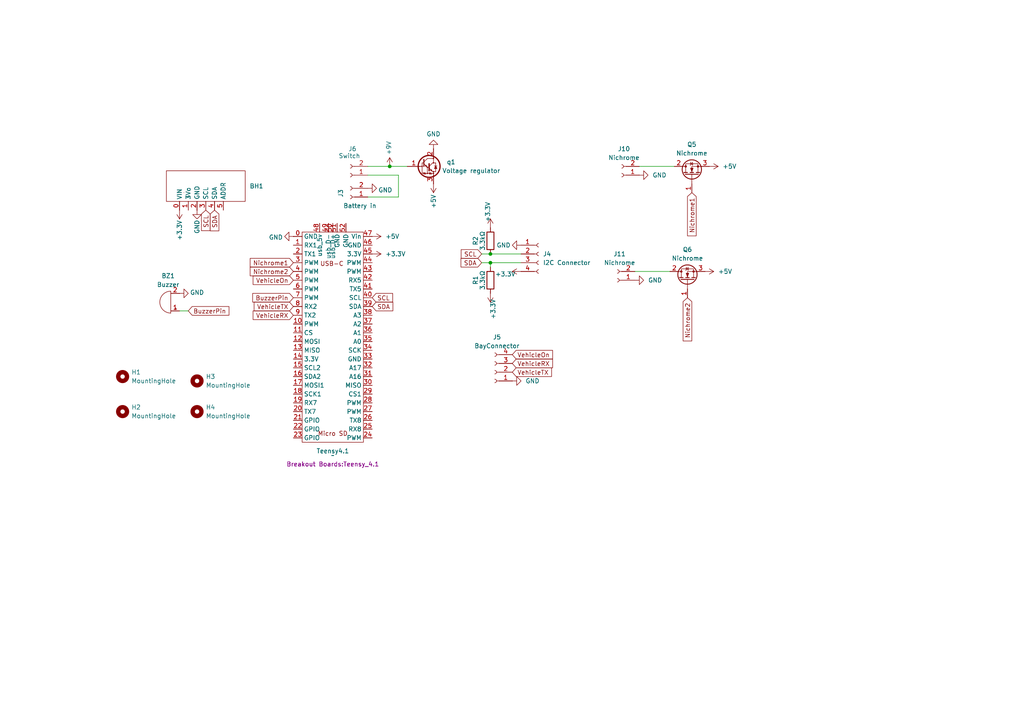
<source format=kicad_sch>
(kicad_sch (version 20250114) (generator "eeschema") (generator_version "9.0")
  (paper "A4")
  (lib_symbols
    (symbol "Breakout Boards:BH1750"
      (property "Reference" "U" (at -3.81 6.35 0))
      (symbol "BH1750_0_1"
        (rectangle (start -6.35 7.62) (end 16.51 -1.27))
        (rectangle (start -1.27 1.27) (end -1.27 1.27))
      )
      (symbol "BH1750_1_1"
        (pin power_in line (at -2.54 -3.81 90) (length 2.54) (name "VIN") (number "0"))
        (pin output line (at 0 -3.81 90) (length 2.54) (name "3Vo") (number "1"))
        (pin output line (at 2.54 -3.81 90) (length 2.54) (name "GND") (number "2"))
        (pin bidirectional line (at 5.08 -3.81 90) (length 2.54) (name "SCL") (number "3"))
        (pin bidirectional line (at 7.62 -3.81 90) (length 2.54) (name "SDA") (number "4"))
        (pin bidirectional line (at 10.16 -3.81 90) (length 2.54) (name "ADDR") (number "5"))
      )
    )
    (symbol "Breakout Boards:Teensy_4.1"
      (property "Reference" "Teensy4.1" (at 0 0 90))
      (property "Footprint" "Breakout Boards:Teensy_4.1" (at -0.254 36.322 0))
      (symbol "Teensy_4.1_0_1"
        (rectangle (start -8.89 30.48) (end 8.89 -30.48))
      )
      (symbol "Teensy_4.1_1_1"
        (text "USB-C" (at -0.254 21.336 0) (effects (font (size 1.27 1.27))))
        (text "Micro SD" (at 0 -27.94 0) (effects (font (size 1.27 1.27))))
        (pin input line (at -11.43 29.21 0) (length 2.54) (name "GND") (number "0"))
        (pin input line (at -11.43 26.67 0) (length 2.54) (name "RX1") (number "1"))
        (pin input line (at -11.43 24.13 0) (length 2.54) (name "TX1") (number "2"))
        (pin input line (at -11.43 21.59 0) (length 2.54) (name "PWM") (number "3"))
        (pin input line (at -11.43 19.05 0) (length 2.54) (name "PWM") (number "4"))
        (pin input line (at -11.43 16.51 0) (length 2.54) (name "PWM") (number "5"))
        (pin input line (at -11.43 13.97 0) (length 2.54) (name "PWM") (number "6"))
        (pin input line (at -11.43 11.43 0) (length 2.54) (name "PWM") (number "7"))
        (pin input line (at -11.43 8.89 0) (length 2.54) (name "RX2") (number "8"))
        (pin input line (at -11.43 6.35 0) (length 2.54) (name "TX2") (number "9"))
        (pin input line (at -11.43 3.81 0) (length 2.54) (name "PWM") (number "10"))
        (pin input line (at -11.43 1.27 0) (length 2.54) (name "CS") (number "11"))
        (pin input line (at -11.43 -1.27 0) (length 2.54) (name "MOSI") (number "12"))
        (pin input line (at -11.43 -3.81 0) (length 2.54) (name "MISO") (number "13"))
        (pin input line (at -11.43 -6.35 0) (length 2.54) (name "3.3V") (number "14"))
        (pin input line (at -11.43 -8.89 0) (length 2.54) (name "SCL2") (number "15"))
        (pin input line (at -11.43 -11.43 0) (length 2.54) (name "SDA2") (number "16"))
        (pin input line (at -11.43 -13.97 0) (length 2.54) (name "MOSI1") (number "17"))
        (pin input line (at -11.43 -16.51 0) (length 2.54) (name "SCK1") (number "18"))
        (pin input line (at -11.43 -19.05 0) (length 2.54) (name "RX7") (number "19"))
        (pin input line (at -11.43 -21.59 0) (length 2.54) (name "TX7") (number "20"))
        (pin input line (at -11.43 -24.13 0) (length 2.54) (name "GPIO") (number "21"))
        (pin input line (at -11.43 -26.67 0) (length 2.54) (name "GPIO") (number "22"))
        (pin input line (at -11.43 -29.21 0) (length 2.54) (name "GPIO") (number "23"))
        (pin input line (at -3.81 33.02 270) (length 2.54) (name "usb_5v") (number "48"))
        (pin input line (at -1.27 33.02 270) (length 2.54) (name "usb_D-") (number "49"))
        (pin input line (at 0 33.02 270) (length 2.54) (name "usb_D+") (number "50"))
        (pin input line (at 1.27 33.02 270) (length 2.54) (name "GND") (number "51"))
        (pin input line (at 3.81 33.02 270) (length 2.54) (name "GND") (number "52"))
        (pin input line (at 11.43 29.21 180) (length 2.54) (name "Vin") (number "47"))
        (pin input line (at 11.43 26.67 180) (length 2.54) (name "GND") (number "46"))
        (pin input line (at 11.43 24.13 180) (length 2.54) (name "3.3V") (number "45"))
        (pin input line (at 11.43 21.59 180) (length 2.54) (name "PWM") (number "44"))
        (pin input line (at 11.43 19.05 180) (length 2.54) (name "PWM") (number "43"))
        (pin input line (at 11.43 16.51 180) (length 2.54) (name "RX5") (number "42"))
        (pin input line (at 11.43 13.97 180) (length 2.54) (name "TX5") (number "41"))
        (pin input line (at 11.43 11.43 180) (length 2.54) (name "SCL") (number "40"))
        (pin input line (at 11.43 8.89 180) (length 2.54) (name "SDA") (number "39"))
        (pin input line (at 11.43 6.35 180) (length 2.54) (name "A3") (number "38"))
        (pin input line (at 11.43 3.81 180) (length 2.54) (name "A2") (number "37"))
        (pin input line (at 11.43 1.27 180) (length 2.54) (name "A1") (number "36"))
        (pin input line (at 11.43 -1.27 180) (length 2.54) (name "A0") (number "35"))
        (pin input line (at 11.43 -3.81 180) (length 2.54) (name "SCK") (number "34"))
        (pin input line (at 11.43 -6.35 180) (length 2.54) (name "GND") (number "33"))
        (pin input line (at 11.43 -8.89 180) (length 2.54) (name "A17") (number "32"))
        (pin input line (at 11.43 -11.43 180) (length 2.54) (name "A16") (number "31"))
        (pin input line (at 11.43 -13.97 180) (length 2.54) (name "MISO") (number "30"))
        (pin input line (at 11.43 -16.51 180) (length 2.54) (name "CS1") (number "29"))
        (pin input line (at 11.43 -19.05 180) (length 2.54) (name "PWM") (number "28"))
        (pin input line (at 11.43 -21.59 180) (length 2.54) (name "PWM") (number "27"))
        (pin input line (at 11.43 -24.13 180) (length 2.54) (name "TX8") (number "26"))
        (pin input line (at 11.43 -26.67 180) (length 2.54) (name "RX8") (number "25"))
        (pin input line (at 11.43 -29.21 180) (length 2.54) (name "PWM") (number "24"))
      )
    )
    (symbol "Connector:Conn_01x02_Socket" (pin_names (offset 1.016) (hide yes))
      (property "Reference" "J" (at 0 2.54 0))
      (property "Value" "Conn_01x02_Socket" (at 0 -5.08 0))
      (symbol "Conn_01x02_Socket_1_1"
        (polyline (pts (xy -1.27 0) (xy -0.508 0)) (stroke (width 0.1524)))
        (polyline (pts (xy -1.27 -2.54) (xy -0.508 -2.54)) (stroke (width 0.1524)))
        (arc (start 0 -0.508) (mid -0.5058 0) (end 0 0.508) (stroke (width 0.1524)))
        (arc (start 0 -3.048) (mid -0.5058 -2.54) (end 0 -2.032) (stroke (width 0.1524)))
        (pin passive line (at -5.08 0 0) (length 3.81) (name "Pin_1") (number "1"))
        (pin passive line (at -5.08 -2.54 0) (length 3.81) (name "Pin_2") (number "2"))
      )
    )
    (symbol "Connector:Conn_01x04_Socket" (pin_names (offset 1.016) (hide yes))
      (property "Reference" "J" (at 0 5.08 0))
      (property "Value" "Conn_01x04_Socket" (at 0 -7.62 0))
      (symbol "Conn_01x04_Socket_1_1"
        (polyline (pts (xy -1.27 2.54) (xy -0.508 2.54)) (stroke (width 0.1524)))
        (polyline (pts (xy -1.27 0) (xy -0.508 0)) (stroke (width 0.1524)))
        (polyline (pts (xy -1.27 -2.54) (xy -0.508 -2.54)) (stroke (width 0.1524)))
        (polyline (pts (xy -1.27 -5.08) (xy -0.508 -5.08)) (stroke (width 0.1524)))
        (arc (start 0 2.032) (mid -0.5058 2.54) (end 0 3.048) (stroke (width 0.1524)))
        (arc (start 0 -0.508) (mid -0.5058 0) (end 0 0.508) (stroke (width 0.1524)))
        (arc (start 0 -3.048) (mid -0.5058 -2.54) (end 0 -2.032) (stroke (width 0.1524)))
        (arc (start 0 -5.588) (mid -0.5058 -5.08) (end 0 -4.572) (stroke (width 0.1524)))
        (pin passive line (at -5.08 2.54 0) (length 3.81) (name "Pin_1") (number "1"))
        (pin passive line (at -5.08 0 0) (length 3.81) (name "Pin_2") (number "2"))
        (pin passive line (at -5.08 -2.54 0) (length 3.81) (name "Pin_3") (number "3"))
        (pin passive line (at -5.08 -5.08 0) (length 3.81) (name "Pin_4") (number "4"))
      )
    )
    (symbol "Device:Buzzer" (pin_names (offset 0.0254) (hide yes))
      (property "Reference" "BZ" (at 3.81 1.27 0))
      (property "Value" "Buzzer" (at 3.81 -1.27 0))
      (symbol "Buzzer_0_1"
        (polyline (pts (xy -1.651 1.905) (xy -1.143 1.905)))
        (polyline (pts (xy -1.397 2.159) (xy -1.397 1.651)))
        (arc (start 0 3.175) (mid 3.1612 0) (end 0 -3.175))
        (polyline (pts (xy 0 3.175) (xy 0 -3.175)))
      )
      (symbol "Buzzer_1_1"
        (pin passive line (at -2.54 2.54 0) (length 2.54) (name "-") (number "1"))
        (pin passive line (at -2.54 -2.54 0) (length 2.54) (name "+") (number "2"))
      )
    )
    (symbol "Device:R" (pin_numbers (hide yes)) (pin_names (offset 0))
      (property "Reference" "R" (at 2.032 0 90))
      (property "Value" "R" (at 0 0 90))
      (symbol "R_0_1"
        (rectangle (start -1.016 -2.54) (end 1.016 2.54) (stroke (width 0.254)))
      )
      (symbol "R_1_1"
        (pin passive line (at 0 3.81 270) (length 1.27) (name "~") (number "1"))
        (pin passive line (at 0 -3.81 90) (length 1.27) (name "~") (number "2"))
      )
    )
    (symbol "Mechanical:MountingHole" (pin_names (offset 1.016))
      (property "Reference" "H" (at 0 5.08 0))
      (property "Value" "MountingHole" (at 0 3.175 0))
      (symbol "MountingHole_0_1"
        (circle (center 0 0) (radius 1.27) (stroke (width 1.27)))
      )
    )
    (symbol "Transistor_BJT:TIP120" (pin_names (offset 0) (hide yes))
      (property "Reference" "Q" (at 5.08 1.905 0))
      (property "Value" "TIP120" (at 5.08 0 0))
      (symbol "TIP120_0_1"
        (polyline (pts (xy -1.27 0) (xy -0.889 0)))
        (circle (center -0.762 0) (radius 0.127))
        (polyline (pts (xy -0.254 2.032) (xy -0.254 0) (xy -0.254 0)) (stroke (width 0.3048)))
        (polyline (pts (xy -0.254 1.27) (xy 0.762 2.286) (xy 2.54 2.286)))
        (polyline (pts (xy -0.254 1.016) (xy -0.762 1.016) (xy -0.762 -2.032)))
        (polyline (pts (xy -0.254 0.762) (xy 0.762 -0.254) (xy 1.27 -0.254)))
        (polyline (pts (xy 0.635 -0.127) (xy 0.381 0.381) (xy 0.127 0.127) (xy 0.635 -0.127)))
        (polyline (pts (xy 0.762 -0.254) (xy 0.762 -2.032) (xy 1.143 -2.032) (xy 1.27 -1.778) (xy 1.397 -2.286) (xy 1.524 -1.778) (xy 1.651 -2.286) (xy 1.778 -1.778) (xy 1.905 -2.286) (xy 2.032 -2.032) (xy 2.54 -2.032)))
        (circle (center 0.762 -0.254) (radius 0.127))
        (polyline (pts (xy 0.762 -2.032) (xy 0.381 -2.032) (xy 0.254 -2.286) (xy 0.127 -1.778) (xy 0 -2.286) (xy -0.127 -1.778) (xy -0.254 -2.286) (xy -0.381 -1.778) (xy -0.508 -2.032) (xy -0.762 -2.032)))
        (circle (center 0.762 -2.032) (radius 0.127))
        (polyline (pts (xy 1.27 0.762) (xy 1.27 -1.27) (xy 1.27 -1.27)) (stroke (width 0.381)))
        (polyline (pts (xy 1.27 0) (xy 2.286 1.016) (xy 2.54 1.016) (xy 2.54 2.286)))
        (circle (center 1.27 0) (radius 3.175) (stroke (width 0.3556)))
        (polyline (pts (xy 1.27 -0.508) (xy 2.286 -1.524) (xy 2.54 -1.524) (xy 2.54 -2.032)))
        (polyline (pts (xy 2.159 -1.397) (xy 1.905 -0.889) (xy 1.651 -1.143) (xy 2.159 -1.397)))
        (circle (center 2.54 2.286) (radius 0.127))
        (circle (center 2.54 1.016) (radius 0.127))
        (polyline (pts (xy 2.54 -1.524) (xy 3.175 -1.524)))
        (circle (center 2.54 -1.524) (radius 0.127))
        (polyline (pts (xy 2.54 -2.032) (xy 2.54 -2.54)))
        (circle (center 2.54 -2.032) (radius 0.127))
        (polyline (pts (xy 2.794 0.127) (xy 3.556 0.127)))
        (polyline (pts (xy 3.175 1.016) (xy 2.54 1.016)))
        (polyline (pts (xy 3.175 1.016) (xy 3.175 0.127)))
        (polyline (pts (xy 3.175 0.127) (xy 2.794 -0.635) (xy 3.556 -0.635) (xy 3.175 0.127)) (fill (type outline)))
        (polyline (pts (xy 3.175 -0.635) (xy 3.175 -1.524)))
      )
      (symbol "TIP120_1_1"
        (pin input line (at -5.08 0 0) (length 3.81) (name "B") (number "1"))
        (pin passive line (at 2.54 5.08 270) (length 2.667) (name "C") (number "2"))
        (pin passive line (at 2.54 -5.08 90) (length 2.54) (name "E") (number "3"))
      )
    )
    (symbol "Transistor_FET:IRLZ44N" (pin_names (hide yes))
      (property "Reference" "Q" (at 5.08 1.905 0))
      (property "Value" "IRLZ44N" (at 5.08 0 0))
      (symbol "IRLZ44N_0_1"
        (polyline (pts (xy 0.254 1.905) (xy 0.254 -1.905)) (stroke (width 0.254)))
        (polyline (pts (xy 0.254 0) (xy -2.54 0)))
        (polyline (pts (xy 0.762 2.286) (xy 0.762 1.27)) (stroke (width 0.254)))
        (polyline (pts (xy 0.762 0.508) (xy 0.762 -0.508)) (stroke (width 0.254)))
        (polyline (pts (xy 0.762 -1.27) (xy 0.762 -2.286)) (stroke (width 0.254)))
        (polyline (pts (xy 0.762 -1.778) (xy 3.302 -1.778) (xy 3.302 1.778) (xy 0.762 1.778)))
        (polyline (pts (xy 1.016 0) (xy 2.032 0.381) (xy 2.032 -0.381) (xy 1.016 0)) (fill (type outline)))
        (circle (center 1.651 0) (radius 2.794) (stroke (width 0.254)))
        (polyline (pts (xy 2.54 2.54) (xy 2.54 1.778)))
        (circle (center 2.54 1.778) (radius 0.254) (fill (type outline)))
        (circle (center 2.54 -1.778) (radius 0.254) (fill (type outline)))
        (polyline (pts (xy 2.54 -2.54) (xy 2.54 0) (xy 0.762 0)))
        (polyline (pts (xy 2.794 0.508) (xy 2.921 0.381) (xy 3.683 0.381) (xy 3.81 0.254)))
        (polyline (pts (xy 3.302 0.381) (xy 2.921 -0.254) (xy 3.683 -0.254) (xy 3.302 0.381)))
      )
      (symbol "IRLZ44N_1_1"
        (pin input line (at -5.08 0 0) (length 2.54) (name "G") (number "1"))
        (pin passive line (at 2.54 5.08 270) (length 2.54) (name "D") (number "2"))
        (pin passive line (at 2.54 -5.08 90) (length 2.54) (name "S") (number "3"))
      )
    )
    (symbol "power:+3.3V" (power) (pin_names (offset 0))
      (property "Value" "+3.3V" (at 0 3.556 0))
      (symbol "+3.3V_0_1"
        (polyline (pts (xy -0.762 1.27) (xy 0 2.54)))
        (polyline (pts (xy 0 2.54) (xy 0.762 1.27)))
        (polyline (pts (xy 0 0) (xy 0 2.54)))
      )
      (symbol "+3.3V_1_1"
        (pin power_in line (at 0 0 90) (length 0) (hide yes) (name "+3.3V") (number "1"))
      )
    )
    (symbol "power:+5V" (power) (pin_names (offset 0))
      (property "Value" "+5V" (at 0 3.556 0))
      (symbol "+5V_0_1"
        (polyline (pts (xy -0.762 1.27) (xy 0 2.54)))
        (polyline (pts (xy 0 2.54) (xy 0.762 1.27)))
        (polyline (pts (xy 0 0) (xy 0 2.54)))
      )
      (symbol "+5V_1_1"
        (pin power_in line (at 0 0 90) (length 0) (hide yes) (name "+5V") (number "1"))
      )
    )
    (symbol "power:+9V" (power) (pin_names (offset 0))
      (property "Value" "+9V" (at 0 3.556 0))
      (symbol "+9V_0_1"
        (polyline (pts (xy -0.762 1.27) (xy 0 2.54)))
        (polyline (pts (xy 0 2.54) (xy 0.762 1.27)))
        (polyline (pts (xy 0 0) (xy 0 2.54)))
      )
      (symbol "+9V_1_1"
        (pin power_in line (at 0 0 90) (length 0) (hide yes) (name "+9V") (number "1"))
      )
    )
    (symbol "power:GND" (power) (pin_numbers (hide yes)) (pin_names (offset 0) (hide yes))
      (property "Value" "GND" (at 0 -3.81 0))
      (symbol "GND_0_1"
        (polyline (pts (xy 0 0) (xy 0 -1.27) (xy 1.27 -1.27) (xy 0 -2.54) (xy -1.27 -1.27) (xy 0 -1.27)))
      )
      (symbol "GND_1_1"
        (pin power_in line (at 0 0 270) (length 0) (name "~") (number "1"))
      )
    )
  )
  (junction (at 142.24 73.66))
  (junction (at 113.03 48.26))
  (junction (at 142.24 76.2))
  (wire (pts (xy 142.24 76.2) (xy 151.13 76.2)))
  (wire (pts (xy 185.42 48.26) (xy 195.58 48.26)))
  (wire (pts (xy 52.07 90.17) (xy 54.61 90.17)))
  (wire (pts (xy 142.24 77.47) (xy 142.24 76.2)))
  (wire (pts (xy 113.03 48.26) (xy 118.11 48.26)))
  (wire (pts (xy 106.68 57.15) (xy 115.57 57.15)))
  (wire (pts (xy 142.24 73.66) (xy 151.13 73.66)))
  (wire (pts (xy 115.57 57.15) (xy 115.57 50.8)))
  (wire (pts (xy 115.57 50.8) (xy 106.68 50.8)))
  (wire (pts (xy 184.15 78.74) (xy 194.31 78.74)))
  (wire (pts (xy 139.7 76.2) (xy 142.24 76.2)))
  (wire (pts (xy 139.7 73.66) (xy 142.24 73.66)))
  (wire (pts (xy 106.68 48.26) (xy 113.03 48.26)))
  (global_label "BuzzerPin" (shape input) (at 54.61 90.17 0) (property "Intersheetrefs" "${INTERSHEET_REFS}" (effects (hide yes))))
  (global_label "VehicleRX" (shape input) (at 148.59 105.41 0) (property "Intersheetrefs" "${INTERSHEET_REFS}" (effects (hide yes))))
  (global_label "Nichrome1" (shape input) (at 85.09 76.2 180) (property "Intersheetrefs" "${INTERSHEET_REFS}" (effects (hide yes))))
  (global_label "VehicleTX" (shape input) (at 85.09 88.9 180) (property "Intersheetrefs" "${INTERSHEET_REFS}" (effects (hide yes))))
  (global_label "SCL" (shape input) (at 139.7 73.66 180) (property "Intersheetrefs" "${INTERSHEET_REFS}" (effects (hide yes))))
  (global_label "VehicleRX" (shape input) (at 85.09 91.44 180) (property "Intersheetrefs" "${INTERSHEET_REFS}" (effects (hide yes))))
  (global_label "BuzzerPin" (shape input) (at 85.09 86.36 180) (property "Intersheetrefs" "${INTERSHEET_REFS}" (effects (hide yes))))
  (global_label "VehicleTX" (shape input) (at 148.59 107.95 0) (property "Intersheetrefs" "${INTERSHEET_REFS}" (effects (hide yes))))
  (global_label "Nichrome2" (shape input) (at 199.39 86.36 270) (property "Intersheetrefs" "${INTERSHEET_REFS}" (effects (hide yes))))
  (global_label "VehicleOn" (shape input) (at 148.59 102.87 0) (property "Intersheetrefs" "${INTERSHEET_REFS}" (effects (hide yes))))
  (global_label "VehicleOn" (shape input) (at 85.09 81.28 180) (property "Intersheetrefs" "${INTERSHEET_REFS}" (effects (hide yes))))
  (global_label "SCL" (shape input) (at 107.95 86.36 0) (property "Intersheetrefs" "${INTERSHEET_REFS}" (effects (hide yes))))
  (global_label "Nichrome1" (shape input) (at 200.66 55.88 270) (property "Intersheetrefs" "${INTERSHEET_REFS}" (effects (hide yes))))
  (global_label "Nichrome2" (shape input) (at 85.09 78.74 180) (property "Intersheetrefs" "${INTERSHEET_REFS}" (effects (hide yes))))
  (global_label "SCL" (shape input) (at 59.69 60.96 270) (property "Intersheetrefs" "${INTERSHEET_REFS}" (effects (hide yes))))
  (global_label "SDA" (shape input) (at 107.95 88.9 0) (property "Intersheetrefs" "${INTERSHEET_REFS}" (effects (hide yes))))
  (global_label "SDA" (shape input) (at 139.7 76.2 180) (property "Intersheetrefs" "${INTERSHEET_REFS}" (effects (hide yes))))
  (global_label "SDA" (shape input) (at 62.23 60.96 270) (property "Intersheetrefs" "${INTERSHEET_REFS}" (effects (hide yes))))
  (symbol (lib_id "Mechanical:MountingHole") (at 35.56 119.38 0) (unit 1)
    (property "Reference" "H2" (at 38.1 118.11 0) (effects (justify left)))
    (property "Value" "MountingHole" (at 38.1 120.65 0) (effects (justify left)))
    (property "Footprint" "MountingHole:MountingHole_3.2mm_M3" (effects (hide yes)))
  )
  (symbol (lib_id "Device:R") (at 142.24 69.85 180) (unit 1)
    (property "Reference" "R2" (at 137.922 69.85 90))
    (property "Value" "3.3kΩ" (at 139.954 69.85 90))
    (property "Footprint" "Resistor_SMD:R_0805_2012Metric_Pad1.20x1.40mm_HandSolder" (effects (hide yes)))
    (property "Description" "Resistor" (effects (hide yes)))
  )
  (symbol (lib_id "power:GND") (at 106.68 54.61 90) (unit 1)
    (property "Reference" "#PWR02" (effects (hide yes)))
    (property "Value" "GND" (at 111.76 55.118 90))
    (property "Description" "Power symbol creates a global label with name \"GND\" , ground" (effects (hide yes)))
  )
  (symbol (lib_id "power:+5V") (at 204.47 78.74 270) (unit 1)
    (property "Reference" "#PWR035" (effects (hide yes)))
    (property "Value" "+5V" (at 208.28 78.7399 90) (effects (justify left)))
    (property "Description" "Power symbol creates a global label with name \"+5V\"" (effects (hide yes)))
  )
  (symbol (lib_id "power:GND") (at 148.59 110.49 90) (unit 1)
    (property "Reference" "#PWR016" (effects (hide yes)))
    (property "Value" "GND" (at 152.4 110.4901 90) (effects (justify right)))
    (property "Description" "Power symbol creates a global label with name \"GND\" , ground" (effects (hide yes)))
  )
  (symbol (lib_id "Breakout Boards:Teensy_4.1") (at 96.52 97.79 0) (unit 1)
    (property "Reference" "Teensy4.1" (at 96.52 130.81 0))
    (property "Value" "~" (at 96.52 132.08 0))
    (property "Footprint" "Breakout Boards:Teensy_4.1" (at 96.52 134.62 0))
  )
  (symbol (lib_id "Connector:Conn_01x02_Socket") (at 179.07 81.28 180) (unit 1)
    (property "Reference" "J11" (at 179.705 73.66 0))
    (property "Value" "Nichrome" (at 179.705 76.2 0))
    (property "Footprint" "Connector_JST:JST_XH_B2B-XH-A_1x02_P2.50mm_Vertical" (effects (hide yes)))
    (property "Description" "Generic connector, single row, 01x02, script generated" (effects (hide yes)))
  )
  (symbol (lib_id "Transistor_FET:IRLZ44N") (at 199.39 81.28 90) (unit 1)
    (property "Reference" "Q6" (at 199.39 72.39 90))
    (property "Value" "Nichrome" (at 199.39 74.93 90))
    (property "Footprint" "Package_TO_SOT_THT:TO-220-3_Vertical" (effects (hide yes)))
    (property "Datasheet" "http://www.irf.com/product-info/datasheets/data/irlz44n.pdf" (effects (hide yes)))
    (property "Description" "47A Id, 55V Vds, 22mOhm Rds Single N-Channel HEXFET Power MOSFET, TO-220AB" (effects (hide yes)))
  )
  (symbol (lib_id "Device:Buzzer") (at 49.53 87.63 180) (unit 1)
    (property "Reference" "BZ1" (at 48.7749 80.01 0))
    (property "Value" "Buzzer" (at 48.7749 82.55 0))
    (property "Footprint" "Buzzer_Beeper:Buzzer_12x9.5RM7.6" (effects (hide yes)))
  )
  (symbol (lib_id "power:GND") (at 184.15 81.28 90) (unit 1)
    (property "Reference" "#PWR013" (effects (hide yes)))
    (property "Value" "GND" (at 187.96 81.2799 90) (effects (justify right)))
    (property "Description" "Power symbol creates a global label with name \"GND\" , ground" (effects (hide yes)))
  )
  (symbol (lib_id "power:+5V") (at 107.95 68.58 270) (unit 1)
    (property "Reference" "#PWR06" (effects (hide yes)))
    (property "Value" "+5V" (at 111.76 68.5799 90) (effects (justify left)))
  )
  (symbol (lib_id "power:+5V") (at 205.74 48.26 270) (unit 1)
    (property "Reference" "#PWR034" (effects (hide yes)))
    (property "Value" "+5V" (at 209.55 48.2599 90) (effects (justify left)))
    (property "Description" "Power symbol creates a global label with name \"+5V\"" (effects (hide yes)))
  )
  (symbol (lib_id "Breakout Boards:BH1750") (at 54.61 57.15 0) (unit 1)
    (property "Reference" "BH1" (at 72.39 53.975 0) (effects (justify left)))
    (property "Value" "~" (at 54.61 57.15 0))
    (property "Footprint" "Breakout Boards:BH1750" (effects (hide yes)))
  )
  (symbol (lib_id "power:GND") (at 151.13 71.12 270) (unit 1)
    (property "Reference" "#PWR017" (effects (hide yes)))
    (property "Value" "GND" (at 146.05 71.12 90))
    (property "Description" "Power symbol creates a global label with name \"GND\" , ground" (effects (hide yes)))
  )
  (symbol (lib_id "power:GND") (at 57.15 60.96 0) (unit 1)
    (property "Reference" "#PWR010" (effects (hide yes)))
    (property "Value" "GND" (at 57.15 65.786 90))
    (property "Description" "Power symbol creates a global label with name \"GND\" , ground" (effects (hide yes)))
  )
  (symbol (lib_id "power:+3.3V") (at 151.13 78.74 90) (unit 1)
    (property "Reference" "#PWR018" (effects (hide yes)))
    (property "Value" "+3.3V" (at 146.558 79.502 90))
    (property "Description" "Power symbol creates a global label with name \"+3.3V\"" (effects (hide yes)))
  )
  (symbol (lib_id "power:GND") (at 185.42 50.8 90) (unit 1)
    (property "Reference" "#PWR012" (effects (hide yes)))
    (property "Value" "GND" (at 189.23 50.7999 90) (effects (justify right)))
    (property "Description" "Power symbol creates a global label with name \"GND\" , ground" (effects (hide yes)))
  )
  (symbol (lib_id "Mechanical:MountingHole") (at 35.56 109.22 0) (unit 1)
    (property "Reference" "H1" (at 38.1 107.95 0) (effects (justify left)))
    (property "Value" "MountingHole" (at 38.1 110.49 0) (effects (justify left)))
    (property "Footprint" "MountingHole:MountingHole_3.2mm_M3" (effects (hide yes)))
  )
  (symbol (lib_id "Mechanical:MountingHole") (at 57.15 119.38 0) (unit 1)
    (property "Reference" "H4" (at 59.69 118.11 0) (effects (justify left)))
    (property "Value" "MountingHole" (at 59.69 120.65 0) (effects (justify left)))
    (property "Footprint" "MountingHole:MountingHole_3.2mm_M3" (effects (hide yes)))
  )
  (symbol (lib_id "Connector:Conn_01x02_Socket") (at 101.6 57.15 180) (unit 1)
    (property "Reference" "J3" (at 98.806 54.864 90) (effects (justify left)))
    (property "Value" "Battery in" (at 109.22 59.69 0) (effects (justify left)))
    (property "Footprint" "Connector_JST:JST_XH_B2B-XH-A_1x02_P2.50mm_Vertical" (effects (hide yes)))
  )
  (symbol (lib_id "power:+3.3V") (at 142.24 66.04 0) (unit 1)
    (property "Reference" "#PWR020" (effects (hide yes)))
    (property "Value" "+3.3V" (at 141.478 61.468 90))
    (property "Description" "Power symbol creates a global label with name \"+3.3V\"" (effects (hide yes)))
  )
  (symbol (lib_id "power:+9V") (at 113.03 48.26 0) (unit 1)
    (property "Reference" "#PWR01" (effects (hide yes)))
    (property "Value" "+9V" (at 112.776 42.926 90))
  )
  (symbol (lib_id "Connector:Conn_01x02_Socket") (at 101.6 50.8 180) (unit 1)
    (property "Reference" "J6" (at 102.235 43.18 0))
    (property "Value" "Switch" (at 101.346 45.212 0))
    (property "Footprint" "Connector_JST:JST_XH_B2B-XH-A_1x02_P2.50mm_Vertical" (effects (hide yes)))
  )
  (symbol (lib_id "power:GND") (at 125.73 43.18 180) (unit 1)
    (property "Reference" "#PWR04" (effects (hide yes)))
    (property "Value" "GND" (at 125.73 38.862 0))
    (property "Description" "Power symbol creates a global label with name \"GND\" , ground" (effects (hide yes)))
  )
  (symbol (lib_id "Transistor_FET:IRLZ44N") (at 200.66 50.8 90) (unit 1)
    (property "Reference" "Q5" (at 200.66 41.91 90))
    (property "Value" "Nichrome" (at 200.66 44.45 90))
    (property "Footprint" "Package_TO_SOT_THT:TO-220-3_Vertical" (effects (hide yes)))
    (property "Datasheet" "http://www.irf.com/product-info/datasheets/data/irlz44n.pdf" (effects (hide yes)))
    (property "Description" "47A Id, 55V Vds, 22mOhm Rds Single N-Channel HEXFET Power MOSFET, TO-220AB" (effects (hide yes)))
  )
  (symbol (lib_id "Connector:Conn_01x04_Socket") (at 156.21 73.66 0) (unit 1)
    (property "Reference" "J4" (at 157.48 73.6599 0) (effects (justify left)))
    (property "Value" "I2C Connector" (at 157.48 76.1999 0) (effects (justify left)))
    (property "Footprint" "Connector_JST:JST_XH_B4B-XH-A_1x04_P2.50mm_Vertical" (effects (hide yes)))
  )
  (symbol (lib_id "power:GND") (at 52.07 85.09 90) (unit 1)
    (property "Reference" "#PWR011" (effects (hide yes)))
    (property "Value" "GND" (at 57.15 84.836 90))
    (property "Description" "Power symbol creates a global label with name \"GND\" , ground" (effects (hide yes)))
  )
  (symbol (lib_id "Connector:Conn_01x04_Socket") (at 143.51 107.95 180) (unit 1)
    (property "Reference" "J5" (at 144.145 97.79 0))
    (property "Value" "BayConnector" (at 144.145 100.33 0))
    (property "Footprint" "Connector_JST:JST_XH_B4B-XH-A_1x04_P2.50mm_Vertical" (effects (hide yes)))
  )
  (symbol (lib_id "power:+5V") (at 125.73 53.34 180) (unit 1)
    (property "Reference" "#PWR05" (effects (hide yes)))
    (property "Value" "+5V" (at 125.73 58.42 90))
  )
  (symbol (lib_id "Connector:Conn_01x02_Socket") (at 180.34 50.8 180) (unit 1)
    (property "Reference" "J10" (at 180.975 43.18 0))
    (property "Value" "Nichrome" (at 180.975 45.72 0))
    (property "Footprint" "Connector_JST:JST_XH_B2B-XH-A_1x02_P2.50mm_Vertical" (effects (hide yes)))
    (property "Description" "Generic connector, single row, 01x02, script generated" (effects (hide yes)))
  )
  (symbol (lib_id "power:+3.3V") (at 52.07 60.96 180) (unit 1)
    (property "Reference" "#PWR08" (effects (hide yes)))
    (property "Value" "+3.3V" (at 52.07 66.802 90))
  )
  (symbol (lib_id "Device:R") (at 142.24 81.28 180) (unit 1)
    (property "Reference" "R1" (at 137.922 81.28 90))
    (property "Value" "3.3kΩ" (at 139.954 81.28 90))
    (property "Footprint" "Resistor_SMD:R_0805_2012Metric_Pad1.20x1.40mm_HandSolder" (effects (hide yes)))
    (property "Description" "Resistor" (effects (hide yes)))
  )
  (symbol (lib_id "power:GND") (at 85.09 68.58 270) (unit 1)
    (property "Reference" "#PWR09" (effects (hide yes)))
    (property "Value" "GND" (at 80.01 68.834 90))
    (property "Description" "Power symbol creates a global label with name \"GND\" , ground" (effects (hide yes)))
  )
  (symbol (lib_id "Mechanical:MountingHole") (at 57.15 110.49 0) (unit 1)
    (property "Reference" "H3" (at 59.69 109.22 0) (effects (justify left)))
    (property "Value" "MountingHole" (at 59.69 111.76 0) (effects (justify left)))
    (property "Footprint" "MountingHole:MountingHole_3.2mm_M3" (effects (hide yes)))
  )
  (symbol (lib_id "power:+3.3V") (at 142.24 85.09 180) (unit 1)
    (property "Reference" "#PWR019" (effects (hide yes)))
    (property "Value" "+3.3V" (at 143.002 89.662 90))
    (property "Description" "Power symbol creates a global label with name \"+3.3V\"" (effects (hide yes)))
  )
  (symbol (lib_id "Transistor_BJT:TIP120") (at 123.19 48.26 0) (unit 1)
    (property "Reference" "q1" (at 129.54 46.99 0) (effects (justify left)))
    (property "Value" "Voltage regulator" (at 128.27 49.53 0) (effects (justify left)))
    (property "Footprint" "Package_TO_SOT_THT:TO-220-3_Vertical" (effects (hide yes)))
    (property "Datasheet" "https://www.onsemi.com/pub/Collateral/TIP120-D.PDF" (effects (hide yes)))
  )
  (symbol (lib_id "power:+3.3V") (at 107.95 73.66 270) (unit 1)
    (property "Reference" "#PWR07" (effects (hide yes)))
    (property "Value" "+3.3V" (at 111.76 73.6599 90) (effects (justify left)))
  )
)
</source>
